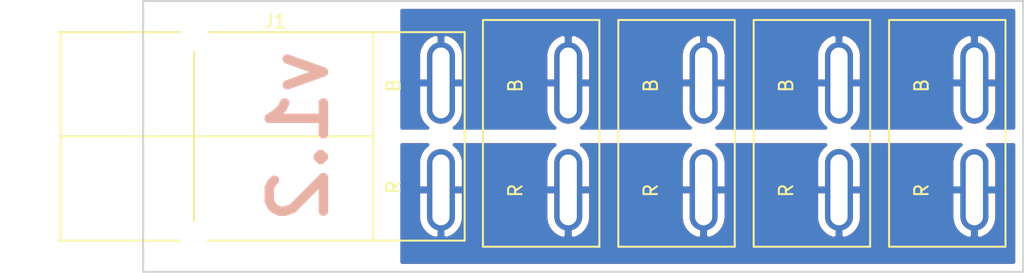
<source format=kicad_pcb>
(kicad_pcb (version 20171130) (host pcbnew 5.1.5-52549c5~84~ubuntu18.04.1)

  (general
    (thickness 1.6)
    (drawings 5)
    (tracks 0)
    (zones 0)
    (modules 5)
    (nets 3)
  )

  (page A4)
  (layers
    (0 F.Cu signal)
    (31 B.Cu signal)
    (32 B.Adhes user)
    (33 F.Adhes user)
    (34 B.Paste user)
    (35 F.Paste user)
    (36 B.SilkS user)
    (37 F.SilkS user)
    (38 B.Mask user)
    (39 F.Mask user)
    (40 Dwgs.User user)
    (41 Cmts.User user)
    (42 Eco1.User user)
    (43 Eco2.User user)
    (44 Edge.Cuts user)
    (45 Margin user)
    (46 B.CrtYd user)
    (47 F.CrtYd user)
    (48 B.Fab user)
    (49 F.Fab user)
  )

  (setup
    (last_trace_width 0.25)
    (trace_clearance 0.2)
    (zone_clearance 0.508)
    (zone_45_only no)
    (trace_min 0.2)
    (via_size 0.6)
    (via_drill 0.4)
    (via_min_size 0.4)
    (via_min_drill 0.3)
    (uvia_size 0.3)
    (uvia_drill 0.1)
    (uvias_allowed no)
    (uvia_min_size 0.2)
    (uvia_min_drill 0.1)
    (edge_width 0.15)
    (segment_width 0.2)
    (pcb_text_width 0.3)
    (pcb_text_size 1.5 1.5)
    (mod_edge_width 0.15)
    (mod_text_size 1 1)
    (mod_text_width 0.15)
    (pad_size 1.524 1.524)
    (pad_drill 0.762)
    (pad_to_mask_clearance 0.2)
    (aux_axis_origin 0 0)
    (visible_elements FFFFFF7F)
    (pcbplotparams
      (layerselection 0x030f0_ffffffff)
      (usegerberextensions false)
      (usegerberattributes false)
      (usegerberadvancedattributes false)
      (creategerberjobfile false)
      (excludeedgelayer true)
      (linewidth 0.100000)
      (plotframeref false)
      (viasonmask false)
      (mode 1)
      (useauxorigin false)
      (hpglpennumber 1)
      (hpglpenspeed 20)
      (hpglpendiameter 15.000000)
      (psnegative false)
      (psa4output false)
      (plotreference false)
      (plotvalue false)
      (plotinvisibletext false)
      (padsonsilk false)
      (subtractmaskfromsilk false)
      (outputformat 1)
      (mirror false)
      (drillshape 0)
      (scaleselection 1)
      (outputdirectory "gerber"))
  )

  (net 0 "")
  (net 1 "Net-(J1-Pad1)")
  (net 2 "Net-(J1-Pad2)")

  (net_class Default "This is the default net class."
    (clearance 0.2)
    (trace_width 0.25)
    (via_dia 0.6)
    (via_drill 0.4)
    (uvia_dia 0.3)
    (uvia_drill 0.1)
    (add_net "Net-(J1-Pad1)")
    (add_net "Net-(J1-Pad2)")
  )

  (module homebrew:Anderson_1336G1_right_angle_bottom_two (layer F.Cu) (tedit 5E6D76C7) (tstamp 5B233F75)
    (at 112 77 90)
    (path /5B233648)
    (fp_text reference J1 (at 8.5 -12.25) (layer F.SilkS)
      (effects (font (size 1 1) (thickness 0.15)))
    )
    (fp_text value Anderson_two_redblack (at -9.25 -14.5) (layer F.Fab)
      (effects (font (size 1 1) (thickness 0.15)))
    )
    (fp_line (start -6.25 -18.25) (end 6.25 -18.25) (layer F.SilkS) (width 0.15))
    (fp_line (start -7.7 -28.1) (end 7.7 -28.1) (layer F.SilkS) (width 0.15))
    (fp_line (start -7.7 -28.25) (end -7.7 -19.25) (layer F.SilkS) (width 0.15))
    (fp_line (start -7.7 -5) (end 7.7 -5) (layer F.SilkS) (width 0.15))
    (fp_line (start 7.7 -5) (end 7.7 -17.25) (layer F.SilkS) (width 0.15))
    (fp_line (start 0 -28) (end 0 -5) (layer F.SilkS) (width 0.15))
    (fp_line (start -7.7 -17.25) (end -7.7 -5) (layer F.SilkS) (width 0.15))
    (fp_line (start 7.7 -19.25) (end 7.7 -28.25) (layer F.SilkS) (width 0.15))
    (fp_line (start -7.7 -5) (end -7.7 1.75) (layer F.SilkS) (width 0.15))
    (fp_line (start -7.7 1.75) (end 7.7 1.75) (layer F.SilkS) (width 0.15))
    (fp_line (start 7.7 1.75) (end 7.7 -5) (layer F.SilkS) (width 0.15))
    (fp_line (start 0 -32.5) (end 0 -29.25) (layer Dwgs.User) (width 0.15))
    (fp_line (start 0 -29.25) (end 0.5 -29.75) (layer Dwgs.User) (width 0.15))
    (fp_line (start 0.5 -29.75) (end 0 -29.25) (layer Dwgs.User) (width 0.15))
    (fp_line (start 0 -29.25) (end -0.5 -29.75) (layer Dwgs.User) (width 0.15))
    (fp_text user R (at -3.75 -3.5 90) (layer F.SilkS)
      (effects (font (size 1 1) (thickness 0.15)))
    )
    (fp_text user B (at 3.75 -3.5 90) (layer F.SilkS)
      (effects (font (size 1 1) (thickness 0.15)))
    )
    (pad 2 thru_hole oval (at 3.95 0 90) (size 6.03 2.07) (drill oval 5.23 1.27) (layers *.Cu *.Mask)
      (net 2 "Net-(J1-Pad2)"))
    (pad 1 thru_hole oval (at -3.95 0 90) (size 6.03 2.07) (drill oval 5.23 1.27) (layers *.Cu *.Mask)
      (net 1 "Net-(J1-Pad1)"))
    (model :homebrew:Anderson_right_angle_x2.wrl
      (at (xyz 0 0 0))
      (scale (xyz 1 1 1))
      (rotate (xyz 0 0 0))
    )
  )

  (module homebrew:Anderson_1335G1_straight_two (layer F.Cu) (tedit 5E6D76B5) (tstamp 5B233F8D)
    (at 150 77 90)
    (path /5B2337D4)
    (autoplace_cost90 10)
    (autoplace_cost180 10)
    (fp_text reference J5 (at 0 3.75 90) (layer F.SilkS) hide
      (effects (font (size 1 1) (thickness 0.15)))
    )
    (fp_text value Anderson_two_redblack (at 0 -6.45 270) (layer F.Fab)
      (effects (font (size 1 1) (thickness 0.15)))
    )
    (fp_text user B (at 3.75 -2.5 90) (layer F.SilkS)
      (effects (font (size 1 1) (thickness 0.15)))
    )
    (fp_line (start -8.15 -4.9) (end 8.6 -4.9) (layer F.SilkS) (width 0.15))
    (fp_line (start -8.15 3.7) (end -8.15 -4.9) (layer F.SilkS) (width 0.15))
    (fp_line (start 8.6 3.7) (end -8.15 3.7) (layer F.SilkS) (width 0.15))
    (fp_line (start 8.6 -4.9) (end 8.6 3.7) (layer F.SilkS) (width 0.15))
    (fp_text user R (at -4 -2.5 90) (layer F.SilkS)
      (effects (font (size 1 1) (thickness 0.15)))
    )
    (pad 2 thru_hole oval (at 3.95 1.4 90) (size 6.03 2.07) (drill oval 5.23 1.27) (layers *.Cu *.Mask)
      (net 2 "Net-(J1-Pad2)"))
    (pad 1 thru_hole oval (at -3.95 1.4 90) (size 6.03 2.07) (drill oval 5.23 1.27) (layers *.Cu *.Mask)
      (net 1 "Net-(J1-Pad1)"))
    (model :homebrew:Anderson_straight_x2.wrl
      (at (xyz 0 0 0))
      (scale (xyz 1 1 1))
      (rotate (xyz 0 0 0))
    )
  )

  (module homebrew:Anderson_1335G1_straight_two (layer F.Cu) (tedit 5E6D76B5) (tstamp 5B233F87)
    (at 140 77 90)
    (path /5B2338F7)
    (autoplace_cost90 10)
    (autoplace_cost180 10)
    (fp_text reference J4 (at 0 3.75 90) (layer F.SilkS) hide
      (effects (font (size 1 1) (thickness 0.15)))
    )
    (fp_text value Anderson_two_redblack (at 0 -6.45 270) (layer F.Fab)
      (effects (font (size 1 1) (thickness 0.15)))
    )
    (fp_text user B (at 3.75 -2.5 90) (layer F.SilkS)
      (effects (font (size 1 1) (thickness 0.15)))
    )
    (fp_line (start -8.15 -4.9) (end 8.6 -4.9) (layer F.SilkS) (width 0.15))
    (fp_line (start -8.15 3.7) (end -8.15 -4.9) (layer F.SilkS) (width 0.15))
    (fp_line (start 8.6 3.7) (end -8.15 3.7) (layer F.SilkS) (width 0.15))
    (fp_line (start 8.6 -4.9) (end 8.6 3.7) (layer F.SilkS) (width 0.15))
    (fp_text user R (at -4 -2.5 90) (layer F.SilkS)
      (effects (font (size 1 1) (thickness 0.15)))
    )
    (pad 2 thru_hole oval (at 3.95 1.4 90) (size 6.03 2.07) (drill oval 5.23 1.27) (layers *.Cu *.Mask)
      (net 2 "Net-(J1-Pad2)"))
    (pad 1 thru_hole oval (at -3.95 1.4 90) (size 6.03 2.07) (drill oval 5.23 1.27) (layers *.Cu *.Mask)
      (net 1 "Net-(J1-Pad1)"))
    (model :homebrew:Anderson_straight_x2.wrl
      (at (xyz 0 0 0))
      (scale (xyz 1 1 1))
      (rotate (xyz 0 0 0))
    )
  )

  (module homebrew:Anderson_1335G1_straight_two (layer F.Cu) (tedit 5E6D76B5) (tstamp 5B233F81)
    (at 130 77 90)
    (path /5B2337AB)
    (autoplace_cost90 10)
    (autoplace_cost180 10)
    (fp_text reference J3 (at 0 3.75 90) (layer F.SilkS) hide
      (effects (font (size 1 1) (thickness 0.15)))
    )
    (fp_text value Anderson_two_redblack (at 0 -6.45 270) (layer F.Fab)
      (effects (font (size 1 1) (thickness 0.15)))
    )
    (fp_text user B (at 3.75 -2.5 90) (layer F.SilkS)
      (effects (font (size 1 1) (thickness 0.15)))
    )
    (fp_line (start -8.15 -4.9) (end 8.6 -4.9) (layer F.SilkS) (width 0.15))
    (fp_line (start -8.15 3.7) (end -8.15 -4.9) (layer F.SilkS) (width 0.15))
    (fp_line (start 8.6 3.7) (end -8.15 3.7) (layer F.SilkS) (width 0.15))
    (fp_line (start 8.6 -4.9) (end 8.6 3.7) (layer F.SilkS) (width 0.15))
    (fp_text user R (at -4 -2.5 90) (layer F.SilkS)
      (effects (font (size 1 1) (thickness 0.15)))
    )
    (pad 2 thru_hole oval (at 3.95 1.4 90) (size 6.03 2.07) (drill oval 5.23 1.27) (layers *.Cu *.Mask)
      (net 2 "Net-(J1-Pad2)"))
    (pad 1 thru_hole oval (at -3.95 1.4 90) (size 6.03 2.07) (drill oval 5.23 1.27) (layers *.Cu *.Mask)
      (net 1 "Net-(J1-Pad1)"))
    (model :homebrew:Anderson_straight_x2.wrl
      (at (xyz 0 0 0))
      (scale (xyz 1 1 1))
      (rotate (xyz 0 0 0))
    )
  )

  (module homebrew:Anderson_1335G1_straight_two (layer F.Cu) (tedit 5E6D76B5) (tstamp 5B233F7B)
    (at 120 77 90)
    (path /5B2336FF)
    (autoplace_cost90 10)
    (autoplace_cost180 10)
    (fp_text reference J2 (at 0 3.75 90) (layer F.SilkS) hide
      (effects (font (size 1 1) (thickness 0.15)))
    )
    (fp_text value Anderson_two_redblack (at 0 -6.45 270) (layer F.Fab)
      (effects (font (size 1 1) (thickness 0.15)))
    )
    (fp_text user B (at 3.75 -2.5 90) (layer F.SilkS)
      (effects (font (size 1 1) (thickness 0.15)))
    )
    (fp_line (start -8.15 -4.9) (end 8.6 -4.9) (layer F.SilkS) (width 0.15))
    (fp_line (start -8.15 3.7) (end -8.15 -4.9) (layer F.SilkS) (width 0.15))
    (fp_line (start 8.6 3.7) (end -8.15 3.7) (layer F.SilkS) (width 0.15))
    (fp_line (start 8.6 -4.9) (end 8.6 3.7) (layer F.SilkS) (width 0.15))
    (fp_text user R (at -4 -2.5 90) (layer F.SilkS)
      (effects (font (size 1 1) (thickness 0.15)))
    )
    (pad 2 thru_hole oval (at 3.95 1.4 90) (size 6.03 2.07) (drill oval 5.23 1.27) (layers *.Cu *.Mask)
      (net 2 "Net-(J1-Pad2)"))
    (pad 1 thru_hole oval (at -3.95 1.4 90) (size 6.03 2.07) (drill oval 5.23 1.27) (layers *.Cu *.Mask)
      (net 1 "Net-(J1-Pad1)"))
    (model :homebrew:Anderson_straight_x2.wrl
      (at (xyz 0 0 0))
      (scale (xyz 1 1 1))
      (rotate (xyz 0 0 0))
    )
  )

  (gr_text v1.2 (at 101.5 77 90) (layer B.SilkS)
    (effects (font (size 4 4) (thickness 0.7)) (justify mirror))
  )
  (gr_line (start 90 67) (end 155 67) (layer Edge.Cuts) (width 0.15))
  (gr_line (start 90 87) (end 90 67) (layer Edge.Cuts) (width 0.15))
  (gr_line (start 155 87) (end 90 87) (layer Edge.Cuts) (width 0.15))
  (gr_line (start 155 67) (end 155 87) (layer Edge.Cuts) (width 0.15))

  (zone (net 1) (net_name "Net-(J1-Pad1)") (layer F.Cu) (tstamp 5E7690C0) (hatch edge 0.508)
    (connect_pads (clearance 0.508))
    (min_thickness 0.254)
    (fill yes (arc_segments 16) (thermal_gap 0.508) (thermal_bridge_width 0.508))
    (polygon
      (pts
        (xy 155 77.5) (xy 155 87) (xy 109 87) (xy 109 77.5)
      )
    )
    (filled_polygon
      (pts
        (xy 110.908934 77.699329) (xy 110.682003 77.936601) (xy 110.505722 78.213586) (xy 110.386865 78.519639) (xy 110.33 78.843)
        (xy 110.33 80.823) (xy 111.873 80.823) (xy 111.873 80.803) (xy 112.127 80.803) (xy 112.127 80.823)
        (xy 113.67 80.823) (xy 113.67 78.843) (xy 113.613135 78.519639) (xy 113.494278 78.213586) (xy 113.317997 77.936601)
        (xy 113.091066 77.699329) (xy 112.98787 77.627) (xy 120.41213 77.627) (xy 120.308934 77.699329) (xy 120.082003 77.936601)
        (xy 119.905722 78.213586) (xy 119.786865 78.519639) (xy 119.73 78.843) (xy 119.73 80.823) (xy 121.273 80.823)
        (xy 121.273 80.803) (xy 121.527 80.803) (xy 121.527 80.823) (xy 123.07 80.823) (xy 123.07 78.843)
        (xy 123.013135 78.519639) (xy 122.894278 78.213586) (xy 122.717997 77.936601) (xy 122.491066 77.699329) (xy 122.38787 77.627)
        (xy 130.41213 77.627) (xy 130.308934 77.699329) (xy 130.082003 77.936601) (xy 129.905722 78.213586) (xy 129.786865 78.519639)
        (xy 129.73 78.843) (xy 129.73 80.823) (xy 131.273 80.823) (xy 131.273 80.803) (xy 131.527 80.803)
        (xy 131.527 80.823) (xy 133.07 80.823) (xy 133.07 78.843) (xy 133.013135 78.519639) (xy 132.894278 78.213586)
        (xy 132.717997 77.936601) (xy 132.491066 77.699329) (xy 132.38787 77.627) (xy 140.41213 77.627) (xy 140.308934 77.699329)
        (xy 140.082003 77.936601) (xy 139.905722 78.213586) (xy 139.786865 78.519639) (xy 139.73 78.843) (xy 139.73 80.823)
        (xy 141.273 80.823) (xy 141.273 80.803) (xy 141.527 80.803) (xy 141.527 80.823) (xy 143.07 80.823)
        (xy 143.07 78.843) (xy 143.013135 78.519639) (xy 142.894278 78.213586) (xy 142.717997 77.936601) (xy 142.491066 77.699329)
        (xy 142.38787 77.627) (xy 150.41213 77.627) (xy 150.308934 77.699329) (xy 150.082003 77.936601) (xy 149.905722 78.213586)
        (xy 149.786865 78.519639) (xy 149.73 78.843) (xy 149.73 80.823) (xy 151.273 80.823) (xy 151.273 80.803)
        (xy 151.527 80.803) (xy 151.527 80.823) (xy 153.07 80.823) (xy 153.07 78.843) (xy 153.013135 78.519639)
        (xy 152.894278 78.213586) (xy 152.717997 77.936601) (xy 152.491066 77.699329) (xy 152.38787 77.627) (xy 154.290001 77.627)
        (xy 154.290001 86.29) (xy 109.127 86.29) (xy 109.127 81.077) (xy 110.33 81.077) (xy 110.33 83.057)
        (xy 110.386865 83.380361) (xy 110.505722 83.686414) (xy 110.682003 83.963399) (xy 110.908934 84.200671) (xy 111.177794 84.389112)
        (xy 111.478251 84.52148) (xy 111.614075 84.554796) (xy 111.873 84.435904) (xy 111.873 81.077) (xy 112.127 81.077)
        (xy 112.127 84.435904) (xy 112.385925 84.554796) (xy 112.521749 84.52148) (xy 112.822206 84.389112) (xy 113.091066 84.200671)
        (xy 113.317997 83.963399) (xy 113.494278 83.686414) (xy 113.613135 83.380361) (xy 113.67 83.057) (xy 113.67 81.077)
        (xy 119.73 81.077) (xy 119.73 83.057) (xy 119.786865 83.380361) (xy 119.905722 83.686414) (xy 120.082003 83.963399)
        (xy 120.308934 84.200671) (xy 120.577794 84.389112) (xy 120.878251 84.52148) (xy 121.014075 84.554796) (xy 121.273 84.435904)
        (xy 121.273 81.077) (xy 121.527 81.077) (xy 121.527 84.435904) (xy 121.785925 84.554796) (xy 121.921749 84.52148)
        (xy 122.222206 84.389112) (xy 122.491066 84.200671) (xy 122.717997 83.963399) (xy 122.894278 83.686414) (xy 123.013135 83.380361)
        (xy 123.07 83.057) (xy 123.07 81.077) (xy 129.73 81.077) (xy 129.73 83.057) (xy 129.786865 83.380361)
        (xy 129.905722 83.686414) (xy 130.082003 83.963399) (xy 130.308934 84.200671) (xy 130.577794 84.389112) (xy 130.878251 84.52148)
        (xy 131.014075 84.554796) (xy 131.273 84.435904) (xy 131.273 81.077) (xy 131.527 81.077) (xy 131.527 84.435904)
        (xy 131.785925 84.554796) (xy 131.921749 84.52148) (xy 132.222206 84.389112) (xy 132.491066 84.200671) (xy 132.717997 83.963399)
        (xy 132.894278 83.686414) (xy 133.013135 83.380361) (xy 133.07 83.057) (xy 133.07 81.077) (xy 139.73 81.077)
        (xy 139.73 83.057) (xy 139.786865 83.380361) (xy 139.905722 83.686414) (xy 140.082003 83.963399) (xy 140.308934 84.200671)
        (xy 140.577794 84.389112) (xy 140.878251 84.52148) (xy 141.014075 84.554796) (xy 141.273 84.435904) (xy 141.273 81.077)
        (xy 141.527 81.077) (xy 141.527 84.435904) (xy 141.785925 84.554796) (xy 141.921749 84.52148) (xy 142.222206 84.389112)
        (xy 142.491066 84.200671) (xy 142.717997 83.963399) (xy 142.894278 83.686414) (xy 143.013135 83.380361) (xy 143.07 83.057)
        (xy 143.07 81.077) (xy 149.73 81.077) (xy 149.73 83.057) (xy 149.786865 83.380361) (xy 149.905722 83.686414)
        (xy 150.082003 83.963399) (xy 150.308934 84.200671) (xy 150.577794 84.389112) (xy 150.878251 84.52148) (xy 151.014075 84.554796)
        (xy 151.273 84.435904) (xy 151.273 81.077) (xy 151.527 81.077) (xy 151.527 84.435904) (xy 151.785925 84.554796)
        (xy 151.921749 84.52148) (xy 152.222206 84.389112) (xy 152.491066 84.200671) (xy 152.717997 83.963399) (xy 152.894278 83.686414)
        (xy 153.013135 83.380361) (xy 153.07 83.057) (xy 153.07 81.077) (xy 151.527 81.077) (xy 151.273 81.077)
        (xy 149.73 81.077) (xy 143.07 81.077) (xy 141.527 81.077) (xy 141.273 81.077) (xy 139.73 81.077)
        (xy 133.07 81.077) (xy 131.527 81.077) (xy 131.273 81.077) (xy 129.73 81.077) (xy 123.07 81.077)
        (xy 121.527 81.077) (xy 121.273 81.077) (xy 119.73 81.077) (xy 113.67 81.077) (xy 112.127 81.077)
        (xy 111.873 81.077) (xy 110.33 81.077) (xy 109.127 81.077) (xy 109.127 77.627) (xy 111.01213 77.627)
      )
    )
  )
  (zone (net 1) (net_name "Net-(J1-Pad1)") (layer B.Cu) (tstamp 5E7690BD) (hatch edge 0.508)
    (connect_pads (clearance 0.508))
    (min_thickness 0.254)
    (fill yes (arc_segments 16) (thermal_gap 0.508) (thermal_bridge_width 0.508))
    (polygon
      (pts
        (xy 155 77.5) (xy 155 87) (xy 109 87) (xy 109 77.5)
      )
    )
    (filled_polygon
      (pts
        (xy 110.908934 77.699329) (xy 110.682003 77.936601) (xy 110.505722 78.213586) (xy 110.386865 78.519639) (xy 110.33 78.843)
        (xy 110.33 80.823) (xy 111.873 80.823) (xy 111.873 80.803) (xy 112.127 80.803) (xy 112.127 80.823)
        (xy 113.67 80.823) (xy 113.67 78.843) (xy 113.613135 78.519639) (xy 113.494278 78.213586) (xy 113.317997 77.936601)
        (xy 113.091066 77.699329) (xy 112.98787 77.627) (xy 120.41213 77.627) (xy 120.308934 77.699329) (xy 120.082003 77.936601)
        (xy 119.905722 78.213586) (xy 119.786865 78.519639) (xy 119.73 78.843) (xy 119.73 80.823) (xy 121.273 80.823)
        (xy 121.273 80.803) (xy 121.527 80.803) (xy 121.527 80.823) (xy 123.07 80.823) (xy 123.07 78.843)
        (xy 123.013135 78.519639) (xy 122.894278 78.213586) (xy 122.717997 77.936601) (xy 122.491066 77.699329) (xy 122.38787 77.627)
        (xy 130.41213 77.627) (xy 130.308934 77.699329) (xy 130.082003 77.936601) (xy 129.905722 78.213586) (xy 129.786865 78.519639)
        (xy 129.73 78.843) (xy 129.73 80.823) (xy 131.273 80.823) (xy 131.273 80.803) (xy 131.527 80.803)
        (xy 131.527 80.823) (xy 133.07 80.823) (xy 133.07 78.843) (xy 133.013135 78.519639) (xy 132.894278 78.213586)
        (xy 132.717997 77.936601) (xy 132.491066 77.699329) (xy 132.38787 77.627) (xy 140.41213 77.627) (xy 140.308934 77.699329)
        (xy 140.082003 77.936601) (xy 139.905722 78.213586) (xy 139.786865 78.519639) (xy 139.73 78.843) (xy 139.73 80.823)
        (xy 141.273 80.823) (xy 141.273 80.803) (xy 141.527 80.803) (xy 141.527 80.823) (xy 143.07 80.823)
        (xy 143.07 78.843) (xy 143.013135 78.519639) (xy 142.894278 78.213586) (xy 142.717997 77.936601) (xy 142.491066 77.699329)
        (xy 142.38787 77.627) (xy 150.41213 77.627) (xy 150.308934 77.699329) (xy 150.082003 77.936601) (xy 149.905722 78.213586)
        (xy 149.786865 78.519639) (xy 149.73 78.843) (xy 149.73 80.823) (xy 151.273 80.823) (xy 151.273 80.803)
        (xy 151.527 80.803) (xy 151.527 80.823) (xy 153.07 80.823) (xy 153.07 78.843) (xy 153.013135 78.519639)
        (xy 152.894278 78.213586) (xy 152.717997 77.936601) (xy 152.491066 77.699329) (xy 152.38787 77.627) (xy 154.290001 77.627)
        (xy 154.290001 86.29) (xy 109.127 86.29) (xy 109.127 81.077) (xy 110.33 81.077) (xy 110.33 83.057)
        (xy 110.386865 83.380361) (xy 110.505722 83.686414) (xy 110.682003 83.963399) (xy 110.908934 84.200671) (xy 111.177794 84.389112)
        (xy 111.478251 84.52148) (xy 111.614075 84.554796) (xy 111.873 84.435904) (xy 111.873 81.077) (xy 112.127 81.077)
        (xy 112.127 84.435904) (xy 112.385925 84.554796) (xy 112.521749 84.52148) (xy 112.822206 84.389112) (xy 113.091066 84.200671)
        (xy 113.317997 83.963399) (xy 113.494278 83.686414) (xy 113.613135 83.380361) (xy 113.67 83.057) (xy 113.67 81.077)
        (xy 119.73 81.077) (xy 119.73 83.057) (xy 119.786865 83.380361) (xy 119.905722 83.686414) (xy 120.082003 83.963399)
        (xy 120.308934 84.200671) (xy 120.577794 84.389112) (xy 120.878251 84.52148) (xy 121.014075 84.554796) (xy 121.273 84.435904)
        (xy 121.273 81.077) (xy 121.527 81.077) (xy 121.527 84.435904) (xy 121.785925 84.554796) (xy 121.921749 84.52148)
        (xy 122.222206 84.389112) (xy 122.491066 84.200671) (xy 122.717997 83.963399) (xy 122.894278 83.686414) (xy 123.013135 83.380361)
        (xy 123.07 83.057) (xy 123.07 81.077) (xy 129.73 81.077) (xy 129.73 83.057) (xy 129.786865 83.380361)
        (xy 129.905722 83.686414) (xy 130.082003 83.963399) (xy 130.308934 84.200671) (xy 130.577794 84.389112) (xy 130.878251 84.52148)
        (xy 131.014075 84.554796) (xy 131.273 84.435904) (xy 131.273 81.077) (xy 131.527 81.077) (xy 131.527 84.435904)
        (xy 131.785925 84.554796) (xy 131.921749 84.52148) (xy 132.222206 84.389112) (xy 132.491066 84.200671) (xy 132.717997 83.963399)
        (xy 132.894278 83.686414) (xy 133.013135 83.380361) (xy 133.07 83.057) (xy 133.07 81.077) (xy 139.73 81.077)
        (xy 139.73 83.057) (xy 139.786865 83.380361) (xy 139.905722 83.686414) (xy 140.082003 83.963399) (xy 140.308934 84.200671)
        (xy 140.577794 84.389112) (xy 140.878251 84.52148) (xy 141.014075 84.554796) (xy 141.273 84.435904) (xy 141.273 81.077)
        (xy 141.527 81.077) (xy 141.527 84.435904) (xy 141.785925 84.554796) (xy 141.921749 84.52148) (xy 142.222206 84.389112)
        (xy 142.491066 84.200671) (xy 142.717997 83.963399) (xy 142.894278 83.686414) (xy 143.013135 83.380361) (xy 143.07 83.057)
        (xy 143.07 81.077) (xy 149.73 81.077) (xy 149.73 83.057) (xy 149.786865 83.380361) (xy 149.905722 83.686414)
        (xy 150.082003 83.963399) (xy 150.308934 84.200671) (xy 150.577794 84.389112) (xy 150.878251 84.52148) (xy 151.014075 84.554796)
        (xy 151.273 84.435904) (xy 151.273 81.077) (xy 151.527 81.077) (xy 151.527 84.435904) (xy 151.785925 84.554796)
        (xy 151.921749 84.52148) (xy 152.222206 84.389112) (xy 152.491066 84.200671) (xy 152.717997 83.963399) (xy 152.894278 83.686414)
        (xy 153.013135 83.380361) (xy 153.07 83.057) (xy 153.07 81.077) (xy 151.527 81.077) (xy 151.273 81.077)
        (xy 149.73 81.077) (xy 143.07 81.077) (xy 141.527 81.077) (xy 141.273 81.077) (xy 139.73 81.077)
        (xy 133.07 81.077) (xy 131.527 81.077) (xy 131.273 81.077) (xy 129.73 81.077) (xy 123.07 81.077)
        (xy 121.527 81.077) (xy 121.273 81.077) (xy 119.73 81.077) (xy 113.67 81.077) (xy 112.127 81.077)
        (xy 111.873 81.077) (xy 110.33 81.077) (xy 109.127 81.077) (xy 109.127 77.627) (xy 111.01213 77.627)
      )
    )
  )
  (zone (net 2) (net_name "Net-(J1-Pad2)") (layer F.Cu) (tstamp 5E7690BA) (hatch edge 0.508)
    (connect_pads (clearance 0.508))
    (min_thickness 0.254)
    (fill yes (arc_segments 16) (thermal_gap 0.508) (thermal_bridge_width 0.508))
    (polygon
      (pts
        (xy 155 76.5) (xy 155 67) (xy 109 67) (xy 109 76.5)
      )
    )
    (filled_polygon
      (pts
        (xy 154.29 76.373) (xy 152.38787 76.373) (xy 152.491066 76.300671) (xy 152.717997 76.063399) (xy 152.894278 75.786414)
        (xy 153.013135 75.480361) (xy 153.07 75.157) (xy 153.07 73.177) (xy 151.527 73.177) (xy 151.527 73.197)
        (xy 151.273 73.197) (xy 151.273 73.177) (xy 149.73 73.177) (xy 149.73 75.157) (xy 149.786865 75.480361)
        (xy 149.905722 75.786414) (xy 150.082003 76.063399) (xy 150.308934 76.300671) (xy 150.41213 76.373) (xy 142.38787 76.373)
        (xy 142.491066 76.300671) (xy 142.717997 76.063399) (xy 142.894278 75.786414) (xy 143.013135 75.480361) (xy 143.07 75.157)
        (xy 143.07 73.177) (xy 141.527 73.177) (xy 141.527 73.197) (xy 141.273 73.197) (xy 141.273 73.177)
        (xy 139.73 73.177) (xy 139.73 75.157) (xy 139.786865 75.480361) (xy 139.905722 75.786414) (xy 140.082003 76.063399)
        (xy 140.308934 76.300671) (xy 140.41213 76.373) (xy 132.38787 76.373) (xy 132.491066 76.300671) (xy 132.717997 76.063399)
        (xy 132.894278 75.786414) (xy 133.013135 75.480361) (xy 133.07 75.157) (xy 133.07 73.177) (xy 131.527 73.177)
        (xy 131.527 73.197) (xy 131.273 73.197) (xy 131.273 73.177) (xy 129.73 73.177) (xy 129.73 75.157)
        (xy 129.786865 75.480361) (xy 129.905722 75.786414) (xy 130.082003 76.063399) (xy 130.308934 76.300671) (xy 130.41213 76.373)
        (xy 122.38787 76.373) (xy 122.491066 76.300671) (xy 122.717997 76.063399) (xy 122.894278 75.786414) (xy 123.013135 75.480361)
        (xy 123.07 75.157) (xy 123.07 73.177) (xy 121.527 73.177) (xy 121.527 73.197) (xy 121.273 73.197)
        (xy 121.273 73.177) (xy 119.73 73.177) (xy 119.73 75.157) (xy 119.786865 75.480361) (xy 119.905722 75.786414)
        (xy 120.082003 76.063399) (xy 120.308934 76.300671) (xy 120.41213 76.373) (xy 112.98787 76.373) (xy 113.091066 76.300671)
        (xy 113.317997 76.063399) (xy 113.494278 75.786414) (xy 113.613135 75.480361) (xy 113.67 75.157) (xy 113.67 73.177)
        (xy 112.127 73.177) (xy 112.127 73.197) (xy 111.873 73.197) (xy 111.873 73.177) (xy 110.33 73.177)
        (xy 110.33 75.157) (xy 110.386865 75.480361) (xy 110.505722 75.786414) (xy 110.682003 76.063399) (xy 110.908934 76.300671)
        (xy 111.01213 76.373) (xy 109.127 76.373) (xy 109.127 70.943) (xy 110.33 70.943) (xy 110.33 72.923)
        (xy 111.873 72.923) (xy 111.873 69.564096) (xy 112.127 69.564096) (xy 112.127 72.923) (xy 113.67 72.923)
        (xy 113.67 70.943) (xy 119.73 70.943) (xy 119.73 72.923) (xy 121.273 72.923) (xy 121.273 69.564096)
        (xy 121.527 69.564096) (xy 121.527 72.923) (xy 123.07 72.923) (xy 123.07 70.943) (xy 129.73 70.943)
        (xy 129.73 72.923) (xy 131.273 72.923) (xy 131.273 69.564096) (xy 131.527 69.564096) (xy 131.527 72.923)
        (xy 133.07 72.923) (xy 133.07 70.943) (xy 139.73 70.943) (xy 139.73 72.923) (xy 141.273 72.923)
        (xy 141.273 69.564096) (xy 141.527 69.564096) (xy 141.527 72.923) (xy 143.07 72.923) (xy 143.07 70.943)
        (xy 149.73 70.943) (xy 149.73 72.923) (xy 151.273 72.923) (xy 151.273 69.564096) (xy 151.527 69.564096)
        (xy 151.527 72.923) (xy 153.07 72.923) (xy 153.07 70.943) (xy 153.013135 70.619639) (xy 152.894278 70.313586)
        (xy 152.717997 70.036601) (xy 152.491066 69.799329) (xy 152.222206 69.610888) (xy 151.921749 69.47852) (xy 151.785925 69.445204)
        (xy 151.527 69.564096) (xy 151.273 69.564096) (xy 151.014075 69.445204) (xy 150.878251 69.47852) (xy 150.577794 69.610888)
        (xy 150.308934 69.799329) (xy 150.082003 70.036601) (xy 149.905722 70.313586) (xy 149.786865 70.619639) (xy 149.73 70.943)
        (xy 143.07 70.943) (xy 143.013135 70.619639) (xy 142.894278 70.313586) (xy 142.717997 70.036601) (xy 142.491066 69.799329)
        (xy 142.222206 69.610888) (xy 141.921749 69.47852) (xy 141.785925 69.445204) (xy 141.527 69.564096) (xy 141.273 69.564096)
        (xy 141.014075 69.445204) (xy 140.878251 69.47852) (xy 140.577794 69.610888) (xy 140.308934 69.799329) (xy 140.082003 70.036601)
        (xy 139.905722 70.313586) (xy 139.786865 70.619639) (xy 139.73 70.943) (xy 133.07 70.943) (xy 133.013135 70.619639)
        (xy 132.894278 70.313586) (xy 132.717997 70.036601) (xy 132.491066 69.799329) (xy 132.222206 69.610888) (xy 131.921749 69.47852)
        (xy 131.785925 69.445204) (xy 131.527 69.564096) (xy 131.273 69.564096) (xy 131.014075 69.445204) (xy 130.878251 69.47852)
        (xy 130.577794 69.610888) (xy 130.308934 69.799329) (xy 130.082003 70.036601) (xy 129.905722 70.313586) (xy 129.786865 70.619639)
        (xy 129.73 70.943) (xy 123.07 70.943) (xy 123.013135 70.619639) (xy 122.894278 70.313586) (xy 122.717997 70.036601)
        (xy 122.491066 69.799329) (xy 122.222206 69.610888) (xy 121.921749 69.47852) (xy 121.785925 69.445204) (xy 121.527 69.564096)
        (xy 121.273 69.564096) (xy 121.014075 69.445204) (xy 120.878251 69.47852) (xy 120.577794 69.610888) (xy 120.308934 69.799329)
        (xy 120.082003 70.036601) (xy 119.905722 70.313586) (xy 119.786865 70.619639) (xy 119.73 70.943) (xy 113.67 70.943)
        (xy 113.613135 70.619639) (xy 113.494278 70.313586) (xy 113.317997 70.036601) (xy 113.091066 69.799329) (xy 112.822206 69.610888)
        (xy 112.521749 69.47852) (xy 112.385925 69.445204) (xy 112.127 69.564096) (xy 111.873 69.564096) (xy 111.614075 69.445204)
        (xy 111.478251 69.47852) (xy 111.177794 69.610888) (xy 110.908934 69.799329) (xy 110.682003 70.036601) (xy 110.505722 70.313586)
        (xy 110.386865 70.619639) (xy 110.33 70.943) (xy 109.127 70.943) (xy 109.127 67.71) (xy 154.29 67.71)
      )
    )
  )
  (zone (net 2) (net_name "Net-(J1-Pad2)") (layer B.Cu) (tstamp 5E7690B7) (hatch edge 0.508)
    (connect_pads (clearance 0.508))
    (min_thickness 0.254)
    (fill yes (arc_segments 16) (thermal_gap 0.508) (thermal_bridge_width 0.508))
    (polygon
      (pts
        (xy 155 76.5) (xy 155 67) (xy 109 67) (xy 109 76.5)
      )
    )
    (filled_polygon
      (pts
        (xy 154.29 76.373) (xy 152.38787 76.373) (xy 152.491066 76.300671) (xy 152.717997 76.063399) (xy 152.894278 75.786414)
        (xy 153.013135 75.480361) (xy 153.07 75.157) (xy 153.07 73.177) (xy 151.527 73.177) (xy 151.527 73.197)
        (xy 151.273 73.197) (xy 151.273 73.177) (xy 149.73 73.177) (xy 149.73 75.157) (xy 149.786865 75.480361)
        (xy 149.905722 75.786414) (xy 150.082003 76.063399) (xy 150.308934 76.300671) (xy 150.41213 76.373) (xy 142.38787 76.373)
        (xy 142.491066 76.300671) (xy 142.717997 76.063399) (xy 142.894278 75.786414) (xy 143.013135 75.480361) (xy 143.07 75.157)
        (xy 143.07 73.177) (xy 141.527 73.177) (xy 141.527 73.197) (xy 141.273 73.197) (xy 141.273 73.177)
        (xy 139.73 73.177) (xy 139.73 75.157) (xy 139.786865 75.480361) (xy 139.905722 75.786414) (xy 140.082003 76.063399)
        (xy 140.308934 76.300671) (xy 140.41213 76.373) (xy 132.38787 76.373) (xy 132.491066 76.300671) (xy 132.717997 76.063399)
        (xy 132.894278 75.786414) (xy 133.013135 75.480361) (xy 133.07 75.157) (xy 133.07 73.177) (xy 131.527 73.177)
        (xy 131.527 73.197) (xy 131.273 73.197) (xy 131.273 73.177) (xy 129.73 73.177) (xy 129.73 75.157)
        (xy 129.786865 75.480361) (xy 129.905722 75.786414) (xy 130.082003 76.063399) (xy 130.308934 76.300671) (xy 130.41213 76.373)
        (xy 122.38787 76.373) (xy 122.491066 76.300671) (xy 122.717997 76.063399) (xy 122.894278 75.786414) (xy 123.013135 75.480361)
        (xy 123.07 75.157) (xy 123.07 73.177) (xy 121.527 73.177) (xy 121.527 73.197) (xy 121.273 73.197)
        (xy 121.273 73.177) (xy 119.73 73.177) (xy 119.73 75.157) (xy 119.786865 75.480361) (xy 119.905722 75.786414)
        (xy 120.082003 76.063399) (xy 120.308934 76.300671) (xy 120.41213 76.373) (xy 112.98787 76.373) (xy 113.091066 76.300671)
        (xy 113.317997 76.063399) (xy 113.494278 75.786414) (xy 113.613135 75.480361) (xy 113.67 75.157) (xy 113.67 73.177)
        (xy 112.127 73.177) (xy 112.127 73.197) (xy 111.873 73.197) (xy 111.873 73.177) (xy 110.33 73.177)
        (xy 110.33 75.157) (xy 110.386865 75.480361) (xy 110.505722 75.786414) (xy 110.682003 76.063399) (xy 110.908934 76.300671)
        (xy 111.01213 76.373) (xy 109.127 76.373) (xy 109.127 70.943) (xy 110.33 70.943) (xy 110.33 72.923)
        (xy 111.873 72.923) (xy 111.873 69.564096) (xy 112.127 69.564096) (xy 112.127 72.923) (xy 113.67 72.923)
        (xy 113.67 70.943) (xy 119.73 70.943) (xy 119.73 72.923) (xy 121.273 72.923) (xy 121.273 69.564096)
        (xy 121.527 69.564096) (xy 121.527 72.923) (xy 123.07 72.923) (xy 123.07 70.943) (xy 129.73 70.943)
        (xy 129.73 72.923) (xy 131.273 72.923) (xy 131.273 69.564096) (xy 131.527 69.564096) (xy 131.527 72.923)
        (xy 133.07 72.923) (xy 133.07 70.943) (xy 139.73 70.943) (xy 139.73 72.923) (xy 141.273 72.923)
        (xy 141.273 69.564096) (xy 141.527 69.564096) (xy 141.527 72.923) (xy 143.07 72.923) (xy 143.07 70.943)
        (xy 149.73 70.943) (xy 149.73 72.923) (xy 151.273 72.923) (xy 151.273 69.564096) (xy 151.527 69.564096)
        (xy 151.527 72.923) (xy 153.07 72.923) (xy 153.07 70.943) (xy 153.013135 70.619639) (xy 152.894278 70.313586)
        (xy 152.717997 70.036601) (xy 152.491066 69.799329) (xy 152.222206 69.610888) (xy 151.921749 69.47852) (xy 151.785925 69.445204)
        (xy 151.527 69.564096) (xy 151.273 69.564096) (xy 151.014075 69.445204) (xy 150.878251 69.47852) (xy 150.577794 69.610888)
        (xy 150.308934 69.799329) (xy 150.082003 70.036601) (xy 149.905722 70.313586) (xy 149.786865 70.619639) (xy 149.73 70.943)
        (xy 143.07 70.943) (xy 143.013135 70.619639) (xy 142.894278 70.313586) (xy 142.717997 70.036601) (xy 142.491066 69.799329)
        (xy 142.222206 69.610888) (xy 141.921749 69.47852) (xy 141.785925 69.445204) (xy 141.527 69.564096) (xy 141.273 69.564096)
        (xy 141.014075 69.445204) (xy 140.878251 69.47852) (xy 140.577794 69.610888) (xy 140.308934 69.799329) (xy 140.082003 70.036601)
        (xy 139.905722 70.313586) (xy 139.786865 70.619639) (xy 139.73 70.943) (xy 133.07 70.943) (xy 133.013135 70.619639)
        (xy 132.894278 70.313586) (xy 132.717997 70.036601) (xy 132.491066 69.799329) (xy 132.222206 69.610888) (xy 131.921749 69.47852)
        (xy 131.785925 69.445204) (xy 131.527 69.564096) (xy 131.273 69.564096) (xy 131.014075 69.445204) (xy 130.878251 69.47852)
        (xy 130.577794 69.610888) (xy 130.308934 69.799329) (xy 130.082003 70.036601) (xy 129.905722 70.313586) (xy 129.786865 70.619639)
        (xy 129.73 70.943) (xy 123.07 70.943) (xy 123.013135 70.619639) (xy 122.894278 70.313586) (xy 122.717997 70.036601)
        (xy 122.491066 69.799329) (xy 122.222206 69.610888) (xy 121.921749 69.47852) (xy 121.785925 69.445204) (xy 121.527 69.564096)
        (xy 121.273 69.564096) (xy 121.014075 69.445204) (xy 120.878251 69.47852) (xy 120.577794 69.610888) (xy 120.308934 69.799329)
        (xy 120.082003 70.036601) (xy 119.905722 70.313586) (xy 119.786865 70.619639) (xy 119.73 70.943) (xy 113.67 70.943)
        (xy 113.613135 70.619639) (xy 113.494278 70.313586) (xy 113.317997 70.036601) (xy 113.091066 69.799329) (xy 112.822206 69.610888)
        (xy 112.521749 69.47852) (xy 112.385925 69.445204) (xy 112.127 69.564096) (xy 111.873 69.564096) (xy 111.614075 69.445204)
        (xy 111.478251 69.47852) (xy 111.177794 69.610888) (xy 110.908934 69.799329) (xy 110.682003 70.036601) (xy 110.505722 70.313586)
        (xy 110.386865 70.619639) (xy 110.33 70.943) (xy 109.127 70.943) (xy 109.127 67.71) (xy 154.29 67.71)
      )
    )
  )
)

</source>
